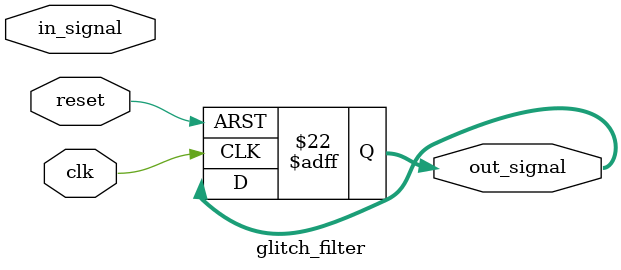
<source format=v>
module glitch_filter #(
    parameter integer DATA_WIDTH = 6,
    parameter integer N          = 25
)(
    input  wire                  clk,
    input  wire                  reset,
    input  wire [DATA_WIDTH-1:0] in_signal,
    output reg  [DATA_WIDTH-1:0] out_signal
);

    // 'stable_state' guardará el valor “estable” actual, bit a bit.
    reg [DATA_WIDTH-1:0] stable_state = 0;

    // Array de contadores, uno por cada bit,
    // para contar cuántos ciclos lleva la señal de ese bit
    // distinta de su valor estable.
    reg [3:0] counter = 0;

    always @(posedge clk, posedge reset) begin
        if (reset) begin
            // Al reset, tomamos la entrada como estado inicial.
            // (Esto puede modificarse si se desea un valor fijo en reset).
            out_signal  <= 6'b100100;
            stable_state  <= 6'b100100;
            counter <= 0;
        end else begin
            if (in_signal != stable_state) begin
                // Acumulamos ciclos
                counter <= counter + 1'b1;

                if (counter == (N - 1)) begin
                    // Aceptamos la transición
                    out_signal   <= in_signal;
                    stable_state   <= in_signal;
                    // Reiniciamos el contador para este bit
                    counter <= 0;
                end

            end 
            else begin
                // En caso de que no difiera, reseteamos el contador
                // (no hay transición que validar).
                counter <= 0;
            end
        end
    end

endmodule
</source>
